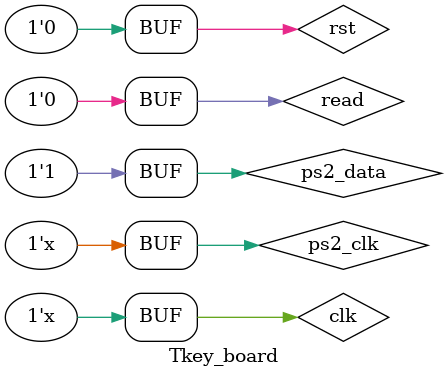
<source format=v>
`timescale 1ns / 1ps


module Tkey_board;

	// Inputs
	reg clk;
	reg rst;
	reg ps2_clk;
	reg ps2_data;
	reg read;

	// Outputs
	wire ready;
	wire full;
	wire [7:0] key_out;

	// Instantiate the Unit Under Test (UUT)
	keyboard_buffer uut (
		.clk(clk), 
		.rst(rst), 
		.ps2_clk(ps2_clk), 
		.ps2_data(ps2_data), 
		.read(read), 
		.ready(ready), 
		.full(full), 
		.key_out(key_out)
	);

	initial begin
		// Initialize Inputs
		clk = 0;
		rst = 0;
		ps2_clk = 1;
		ps2_data = 1;
		read = 0;

		#2
		ps2_data = 0;
		#100
		ps2_data = 1;
		#100
		ps2_data = 1;
		#100
		ps2_data = 0;
		#100
		ps2_data = 1;
		#100
		ps2_data = 0;
		#100
		ps2_data = 0;
		#100
		ps2_data = 1;
		#100
		ps2_data = 0;
		#100
		ps2_data = 1;
		#100
		ps2_data = 1;
		
		#100
		ps2_data = 0;
		#100
		ps2_data = 1;
		#100
		ps2_data = 1;
		#100
		ps2_data = 0;
		#100
		ps2_data = 1;
		#100
		ps2_data = 0;
		#100
		ps2_data = 0;
		#100
		ps2_data = 1;
		#100
		ps2_data = 0;
		#100
		ps2_data = 1;
		#100
		ps2_data = 1;
		
		#100
		ps2_data = 0;
		#100
		ps2_data = 1;
		#100
		ps2_data = 1;
		#100
		ps2_data = 0;
		#100
		ps2_data = 1;
		#100
		ps2_data = 0;
		#100
		ps2_data = 0;
		#100
		ps2_data = 1;
		#100
		ps2_data = 0;
		#100
		ps2_data = 1;
		#100
		ps2_data = 1;
		#110
		read = 1;
		#26
		read = 0;
		
	end
	always @* 
		#50
		ps2_clk <= ~ps2_clk;
	always @*
		#13
		clk <= ~clk;
      
endmodule


</source>
